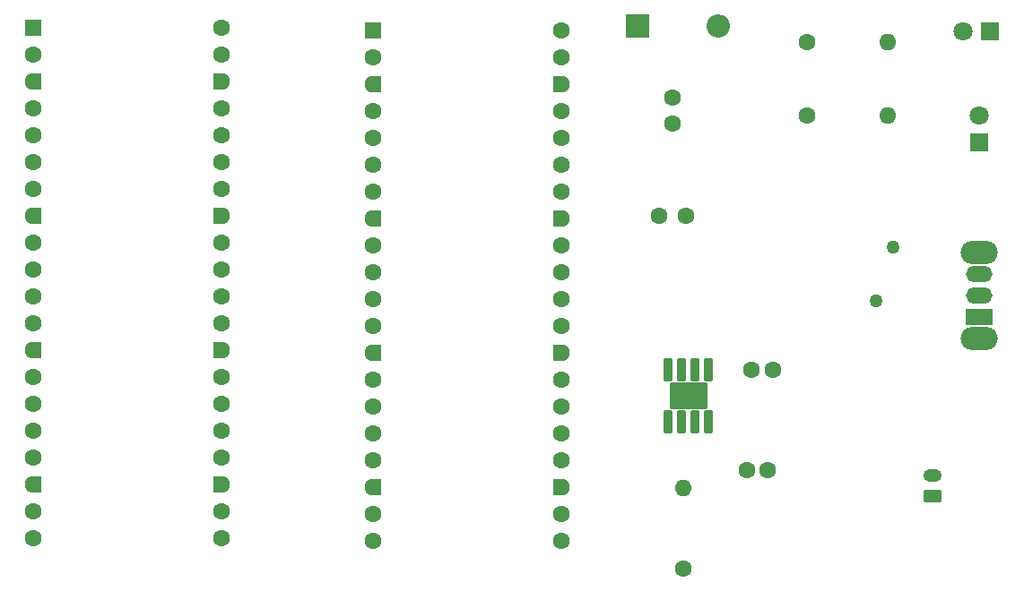
<source format=gbr>
%TF.GenerationSoftware,KiCad,Pcbnew,9.0.1*%
%TF.CreationDate,2025-08-22T15:06:57-04:00*%
%TF.ProjectId,Design_V1.0,44657369-676e-45f5-9631-2e302e6b6963,rev?*%
%TF.SameCoordinates,Original*%
%TF.FileFunction,Soldermask,Top*%
%TF.FilePolarity,Negative*%
%FSLAX46Y46*%
G04 Gerber Fmt 4.6, Leading zero omitted, Abs format (unit mm)*
G04 Created by KiCad (PCBNEW 9.0.1) date 2025-08-22 15:06:57*
%MOMM*%
%LPD*%
G01*
G04 APERTURE LIST*
G04 Aperture macros list*
%AMRoundRect*
0 Rectangle with rounded corners*
0 $1 Rounding radius*
0 $2 $3 $4 $5 $6 $7 $8 $9 X,Y pos of 4 corners*
0 Add a 4 corners polygon primitive as box body*
4,1,4,$2,$3,$4,$5,$6,$7,$8,$9,$2,$3,0*
0 Add four circle primitives for the rounded corners*
1,1,$1+$1,$2,$3*
1,1,$1+$1,$4,$5*
1,1,$1+$1,$6,$7*
1,1,$1+$1,$8,$9*
0 Add four rect primitives between the rounded corners*
20,1,$1+$1,$2,$3,$4,$5,0*
20,1,$1+$1,$4,$5,$6,$7,0*
20,1,$1+$1,$6,$7,$8,$9,0*
20,1,$1+$1,$8,$9,$2,$3,0*%
%AMFreePoly0*
4,1,37,0.603843,0.796157,0.639018,0.796157,0.711114,0.766294,0.766294,0.711114,0.796157,0.639018,0.796157,0.603843,0.800000,0.600000,0.800000,-0.600000,0.796157,-0.603843,0.796157,-0.639018,0.766294,-0.711114,0.711114,-0.766294,0.639018,-0.796157,0.603843,-0.796157,0.600000,-0.800000,0.000000,-0.800000,0.000000,-0.796148,-0.078414,-0.796148,-0.232228,-0.765552,-0.377117,-0.705537,
-0.507515,-0.618408,-0.618408,-0.507515,-0.705537,-0.377117,-0.765552,-0.232228,-0.796148,-0.078414,-0.796148,0.078414,-0.765552,0.232228,-0.705537,0.377117,-0.618408,0.507515,-0.507515,0.618408,-0.377117,0.705537,-0.232228,0.765552,-0.078414,0.796148,0.000000,0.796148,0.000000,0.800000,0.600000,0.800000,0.603843,0.796157,0.603843,0.796157,$1*%
%AMFreePoly1*
4,1,37,0.000000,0.796148,0.078414,0.796148,0.232228,0.765552,0.377117,0.705537,0.507515,0.618408,0.618408,0.507515,0.705537,0.377117,0.765552,0.232228,0.796148,0.078414,0.796148,-0.078414,0.765552,-0.232228,0.705537,-0.377117,0.618408,-0.507515,0.507515,-0.618408,0.377117,-0.705537,0.232228,-0.765552,0.078414,-0.796148,0.000000,-0.796148,0.000000,-0.800000,-0.600000,-0.800000,
-0.603843,-0.796157,-0.639018,-0.796157,-0.711114,-0.766294,-0.766294,-0.711114,-0.796157,-0.639018,-0.796157,-0.603843,-0.800000,-0.600000,-0.800000,0.600000,-0.796157,0.603843,-0.796157,0.639018,-0.766294,0.711114,-0.711114,0.766294,-0.639018,0.796157,-0.603843,0.796157,-0.600000,0.800000,0.000000,0.800000,0.000000,0.796148,0.000000,0.796148,$1*%
G04 Aperture macros list end*
%ADD10C,1.270000*%
%ADD11RoundRect,0.250000X0.625000X-0.350000X0.625000X0.350000X-0.625000X0.350000X-0.625000X-0.350000X0*%
%ADD12O,1.750000X1.200000*%
%ADD13O,3.500000X2.200000*%
%ADD14R,2.500000X1.500000*%
%ADD15O,2.500000X1.500000*%
%ADD16C,1.600000*%
%ADD17RoundRect,0.200000X-0.600000X-0.600000X0.600000X-0.600000X0.600000X0.600000X-0.600000X0.600000X0*%
%ADD18FreePoly0,0.000000*%
%ADD19FreePoly1,0.000000*%
%ADD20R,1.800000X1.800000*%
%ADD21C,1.800000*%
%ADD22RoundRect,0.100500X0.301500X-0.986500X0.301500X0.986500X-0.301500X0.986500X-0.301500X-0.986500X0*%
%ADD23RoundRect,0.102000X1.651000X-1.206500X1.651000X1.206500X-1.651000X1.206500X-1.651000X-1.206500X0*%
%ADD24O,1.600000X1.600000*%
%ADD25R,2.200000X2.200000*%
%ADD26O,2.200000X2.200000*%
G04 APERTURE END LIST*
D10*
%TO.C,F1*%
X126300000Y-56450000D03*
X124700000Y-61550000D03*
%TD*%
D11*
%TO.C,J1*%
X130050000Y-80000000D03*
D12*
X130050000Y-78000000D03*
%TD*%
D13*
%TO.C,SW1*%
X134500000Y-65100000D03*
X134500000Y-56900000D03*
D14*
X134500000Y-63000000D03*
D15*
X134500000Y-61000000D03*
X134500000Y-59000000D03*
%TD*%
D16*
%TO.C,C3*%
X114500000Y-77500000D03*
X112500000Y-77500000D03*
%TD*%
%TO.C,C4*%
X115000000Y-68000000D03*
X113000000Y-68000000D03*
%TD*%
D17*
%TO.C,A1*%
X77220000Y-35980000D03*
D16*
X77220000Y-38520000D03*
D18*
X77220000Y-41060000D03*
D16*
X77220000Y-43600000D03*
X77220000Y-46140000D03*
X77220000Y-48680000D03*
X77220000Y-51220000D03*
D18*
X77220000Y-53760000D03*
D16*
X77220000Y-56300000D03*
X77220000Y-58840000D03*
X77220000Y-61380000D03*
X77220000Y-63920000D03*
D18*
X77220000Y-66460000D03*
D16*
X77220000Y-69000000D03*
X77220000Y-71540000D03*
X77220000Y-74080000D03*
X77220000Y-76620000D03*
D18*
X77220000Y-79160000D03*
D16*
X77220000Y-81700000D03*
X77220000Y-84240000D03*
X95000000Y-84240000D03*
X95000000Y-81700000D03*
D19*
X95000000Y-79160000D03*
D16*
X95000000Y-76620000D03*
X95000000Y-74080000D03*
X95000000Y-71540000D03*
X95000000Y-69000000D03*
D19*
X95000000Y-66460000D03*
D16*
X95000000Y-63920000D03*
X95000000Y-61380000D03*
X95000000Y-58840000D03*
X95000000Y-56300000D03*
D19*
X95000000Y-53760000D03*
D16*
X95000000Y-51220000D03*
X95000000Y-48680000D03*
X95000000Y-46140000D03*
X95000000Y-43600000D03*
D19*
X95000000Y-41060000D03*
D16*
X95000000Y-38520000D03*
X95000000Y-35980000D03*
%TD*%
D20*
%TO.C,D2*%
X135500000Y-36040000D03*
D21*
X132960000Y-36040000D03*
%TD*%
D22*
%TO.C,U1*%
X105095000Y-72975000D03*
X106365000Y-72975000D03*
X107635000Y-72975000D03*
X108905000Y-72975000D03*
X108905000Y-68025000D03*
X107635000Y-68025000D03*
X106365000Y-68025000D03*
X105095000Y-68025000D03*
D23*
X107000000Y-70500000D03*
%TD*%
D16*
%TO.C,R1*%
X106500000Y-86810000D03*
D24*
X106500000Y-79190000D03*
%TD*%
D17*
%TO.C,A2*%
X45110000Y-35682500D03*
D16*
X45110000Y-38222500D03*
D18*
X45110000Y-40762500D03*
D16*
X45110000Y-43302500D03*
X45110000Y-45842500D03*
X45110000Y-48382500D03*
X45110000Y-50922500D03*
D18*
X45110000Y-53462500D03*
D16*
X45110000Y-56002500D03*
X45110000Y-58542500D03*
X45110000Y-61082500D03*
X45110000Y-63622500D03*
D18*
X45110000Y-66162500D03*
D16*
X45110000Y-68702500D03*
X45110000Y-71242500D03*
X45110000Y-73782500D03*
X45110000Y-76322500D03*
D18*
X45110000Y-78862500D03*
D16*
X45110000Y-81402500D03*
X45110000Y-83942500D03*
X62890000Y-83942500D03*
X62890000Y-81402500D03*
D19*
X62890000Y-78862500D03*
D16*
X62890000Y-76322500D03*
X62890000Y-73782500D03*
X62890000Y-71242500D03*
X62890000Y-68702500D03*
D19*
X62890000Y-66162500D03*
D16*
X62890000Y-63622500D03*
X62890000Y-61082500D03*
X62890000Y-58542500D03*
X62890000Y-56002500D03*
D19*
X62890000Y-53462500D03*
D16*
X62890000Y-50922500D03*
X62890000Y-48382500D03*
X62890000Y-45842500D03*
X62890000Y-43302500D03*
D19*
X62890000Y-40762500D03*
D16*
X62890000Y-38222500D03*
X62890000Y-35682500D03*
%TD*%
%TO.C,C2*%
X104250000Y-53500000D03*
X106750000Y-53500000D03*
%TD*%
%TO.C,R2*%
X118190000Y-37000000D03*
D24*
X125810000Y-37000000D03*
%TD*%
D16*
%TO.C,C1*%
X105500000Y-42250000D03*
X105500000Y-44750000D03*
%TD*%
D20*
%TO.C,D3*%
X134500000Y-46540000D03*
D21*
X134500000Y-44000000D03*
%TD*%
D16*
%TO.C,R3*%
X118190000Y-44000000D03*
D24*
X125810000Y-44000000D03*
%TD*%
D25*
%TO.C,D1*%
X102190000Y-35500000D03*
D26*
X109810000Y-35500000D03*
%TD*%
M02*

</source>
